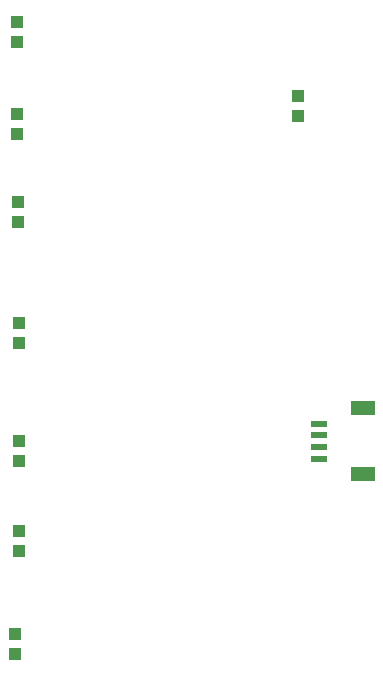
<source format=gtp>
G75*
%MOIN*%
%OFA0B0*%
%FSLAX24Y24*%
%IPPOS*%
%LPD*%
%AMOC8*
5,1,8,0,0,1.08239X$1,22.5*
%
%ADD10R,0.0787X0.0472*%
%ADD11R,0.0531X0.0236*%
%ADD12R,0.0394X0.0433*%
D10*
X015204Y011285D03*
X015204Y013490D03*
D11*
X013757Y012978D03*
X013757Y012584D03*
X013757Y012190D03*
X013757Y011797D03*
D12*
X003617Y005283D03*
X003617Y005952D03*
X003757Y008723D03*
X003757Y009392D03*
X003747Y011723D03*
X003747Y012392D03*
X003757Y015673D03*
X003757Y016342D03*
X003707Y019703D03*
X003707Y020372D03*
X003677Y022613D03*
X003677Y023282D03*
X003667Y025693D03*
X003667Y026362D03*
X013057Y023892D03*
X013057Y023223D03*
M02*

</source>
